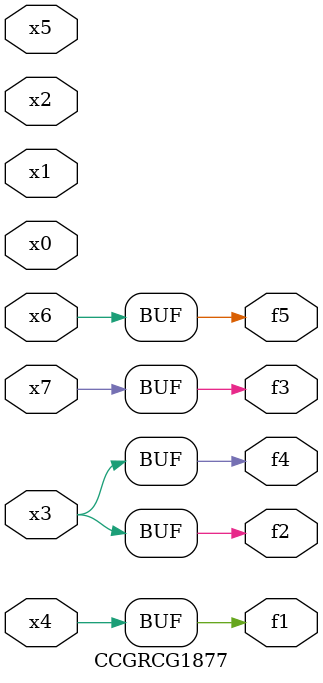
<source format=v>
module CCGRCG1877(
	input x0, x1, x2, x3, x4, x5, x6, x7,
	output f1, f2, f3, f4, f5
);
	assign f1 = x4;
	assign f2 = x3;
	assign f3 = x7;
	assign f4 = x3;
	assign f5 = x6;
endmodule

</source>
